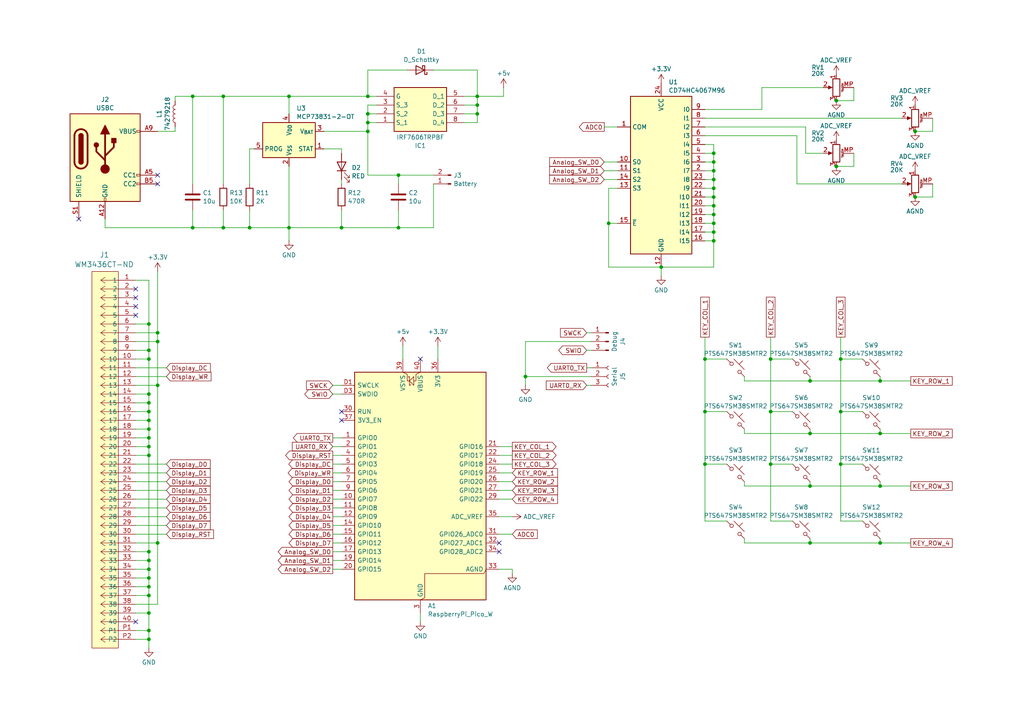
<source format=kicad_sch>
(kicad_sch (version 20250114) (generator "eeschema") (generator_version "9.0")
  (paper "A4")
  (junction (at 99.06 66.04))
  (junction (at 43.18 167.64))
  (junction (at 106.68 38.1))
  (junction (at 43.18 172.72))
  (junction (at 106.68 27.94))
  (junction (at 43.18 124.46))
  (junction (at 45.72 99.06))
  (junction (at 207.01 64.77))
  (junction (at 43.18 116.84))
  (junction (at 207.01 54.61))
  (junction (at 43.18 185.42))
  (junction (at 207.01 44.45))
  (junction (at 43.18 165.1))
  (junction (at 43.18 170.18))
  (junction (at 255.27 157.48))
  (junction (at 138.43 30.48))
  (junction (at 43.18 132.08))
  (junction (at 115.57 66.04))
  (junction (at 207.01 57.15))
  (junction (at 43.18 114.3))
  (junction (at 43.18 177.8))
  (junction (at 115.57 50.8))
  (junction (at 223.52 119.38))
  (junction (at 43.18 129.54))
  (junction (at 43.18 160.02))
  (junction (at 207.01 59.69))
  (junction (at 255.27 110.49))
  (junction (at 43.18 101.6))
  (junction (at 138.43 27.94))
  (junction (at 106.68 33.02))
  (junction (at 207.01 69.85))
  (junction (at 43.18 119.38))
  (junction (at 243.84 119.38))
  (junction (at 242.57 48.26))
  (junction (at 43.18 162.56))
  (junction (at 43.18 182.88))
  (junction (at 55.88 66.04))
  (junction (at 83.82 66.04))
  (junction (at 234.95 157.48))
  (junction (at 45.72 96.52))
  (junction (at 207.01 52.07))
  (junction (at 43.18 104.14))
  (junction (at 234.95 140.97))
  (junction (at 242.57 29.21))
  (junction (at 55.88 27.94))
  (junction (at 64.77 27.94))
  (junction (at 191.77 77.47))
  (junction (at 204.47 104.14))
  (junction (at 243.84 134.62))
  (junction (at 176.53 64.77))
  (junction (at 223.52 104.14))
  (junction (at 207.01 49.53))
  (junction (at 207.01 67.31))
  (junction (at 43.18 127))
  (junction (at 207.01 46.99))
  (junction (at 138.43 33.02))
  (junction (at 45.72 111.76))
  (junction (at 234.95 110.49))
  (junction (at 265.43 38.1))
  (junction (at 106.68 35.56))
  (junction (at 45.72 157.48))
  (junction (at 207.01 62.23))
  (junction (at 204.47 119.38))
  (junction (at 43.18 93.98))
  (junction (at 223.52 134.62))
  (junction (at 243.84 104.14))
  (junction (at 43.18 121.92))
  (junction (at 152.4 109.22))
  (junction (at 64.77 66.04))
  (junction (at 234.95 125.73))
  (junction (at 265.43 57.15))
  (junction (at 255.27 125.73))
  (junction (at 255.27 140.97))
  (junction (at 72.39 66.04))
  (junction (at 83.82 27.94))
  (junction (at 204.47 134.62))
  (no_connect (at 39.37 180.34))
  (no_connect (at 45.72 53.34))
  (no_connect (at 144.78 157.48))
  (no_connect (at 39.37 91.44))
  (no_connect (at 99.06 121.92))
  (no_connect (at 39.37 86.36))
  (no_connect (at 22.86 63.5))
  (no_connect (at 144.78 160.02))
  (no_connect (at 99.06 119.38))
  (no_connect (at 45.72 50.8))
  (no_connect (at 39.37 88.9))
  (no_connect (at 121.92 104.14))
  (no_connect (at 39.37 83.82))
  (wire (pts (xy 99.06 66.04) (xy 115.57 66.04)))
  (wire (pts (xy 229.87 119.38) (xy 223.52 119.38)))
  (wire (pts (xy 39.37 101.6) (xy 43.18 101.6)))
  (wire (pts (xy 255.27 109.22) (xy 255.27 110.49)))
  (wire (pts (xy 39.37 177.8) (xy 43.18 177.8)))
  (wire (pts (xy 152.4 109.22) (xy 171.45 109.22)))
  (wire (pts (xy 255.27 140.97) (xy 264.16 140.97)))
  (wire (pts (xy 96.52 147.32) (xy 99.06 147.32)))
  (wire (pts (xy 96.52 165.1) (xy 99.06 165.1)))
  (wire (pts (xy 96.52 137.16) (xy 99.06 137.16)))
  (wire (pts (xy 83.82 66.04) (xy 72.39 66.04)))
  (wire (pts (xy 255.27 125.73) (xy 264.16 125.73)))
  (wire (pts (xy 223.52 134.62) (xy 223.52 151.13)))
  (wire (pts (xy 93.98 38.1) (xy 106.68 38.1)))
  (wire (pts (xy 99.06 43.18) (xy 99.06 44.45)))
  (wire (pts (xy 243.84 151.13) (xy 250.19 151.13)))
  (wire (pts (xy 175.26 49.53) (xy 179.07 49.53)))
  (wire (pts (xy 43.18 172.72) (xy 43.18 177.8)))
  (wire (pts (xy 134.62 35.56) (xy 138.43 35.56)))
  (wire (pts (xy 171.45 101.6) (xy 170.18 101.6)))
  (wire (pts (xy 96.52 154.94) (xy 99.06 154.94)))
  (wire (pts (xy 39.37 104.14) (xy 43.18 104.14)))
  (wire (pts (xy 152.4 99.06) (xy 152.4 109.22)))
  (wire (pts (xy 144.78 134.62) (xy 148.59 134.62)))
  (wire (pts (xy 207.01 44.45) (xy 207.01 46.99)))
  (wire (pts (xy 45.72 175.26) (xy 45.72 157.48)))
  (wire (pts (xy 72.39 60.96) (xy 72.39 66.04)))
  (wire (pts (xy 215.9 125.73) (xy 234.95 125.73)))
  (wire (pts (xy 43.18 160.02) (xy 43.18 132.08)))
  (wire (pts (xy 106.68 35.56) (xy 109.22 35.56)))
  (wire (pts (xy 152.4 109.22) (xy 152.4 111.76)))
  (wire (pts (xy 96.52 134.62) (xy 99.06 134.62)))
  (wire (pts (xy 72.39 66.04) (xy 64.77 66.04)))
  (wire (pts (xy 39.37 147.32) (xy 48.26 147.32)))
  (wire (pts (xy 270.51 34.29) (xy 270.51 38.1)))
  (wire (pts (xy 247.65 44.45) (xy 247.65 48.26)))
  (wire (pts (xy 234.95 156.21) (xy 234.95 157.48)))
  (wire (pts (xy 43.18 177.8) (xy 43.18 182.88)))
  (wire (pts (xy 115.57 50.8) (xy 115.57 53.34)))
  (wire (pts (xy 204.47 119.38) (xy 204.47 134.62)))
  (wire (pts (xy 247.65 25.4) (xy 247.65 29.21)))
  (wire (pts (xy 144.78 129.54) (xy 148.59 129.54)))
  (wire (pts (xy 43.18 104.14) (xy 43.18 101.6)))
  (wire (pts (xy 270.51 53.34) (xy 270.51 57.15)))
  (wire (pts (xy 43.18 167.64) (xy 43.18 165.1)))
  (wire (pts (xy 234.95 109.22) (xy 234.95 110.49)))
  (wire (pts (xy 55.88 53.34) (xy 55.88 27.94)))
  (wire (pts (xy 43.18 172.72) (xy 43.18 170.18)))
  (wire (pts (xy 134.62 33.02) (xy 138.43 33.02)))
  (wire (pts (xy 96.52 111.76) (xy 99.06 111.76)))
  (wire (pts (xy 115.57 66.04) (xy 125.73 66.04)))
  (wire (pts (xy 127 100.33) (xy 127 104.14)))
  (wire (pts (xy 204.47 67.31) (xy 207.01 67.31)))
  (wire (pts (xy 39.37 124.46) (xy 43.18 124.46)))
  (wire (pts (xy 204.47 104.14) (xy 204.47 119.38)))
  (wire (pts (xy 144.78 144.78) (xy 148.59 144.78)))
  (wire (pts (xy 207.01 64.77) (xy 207.01 67.31)))
  (wire (pts (xy 64.77 66.04) (xy 64.77 60.96)))
  (wire (pts (xy 138.43 20.32) (xy 138.43 27.94)))
  (wire (pts (xy 210.82 119.38) (xy 204.47 119.38)))
  (wire (pts (xy 229.87 134.62) (xy 223.52 134.62)))
  (wire (pts (xy 99.06 52.07) (xy 99.06 53.34)))
  (wire (pts (xy 45.72 96.52) (xy 45.72 99.06)))
  (wire (pts (xy 255.27 124.46) (xy 255.27 125.73)))
  (wire (pts (xy 55.88 66.04) (xy 64.77 66.04)))
  (wire (pts (xy 118.11 20.32) (xy 106.68 20.32)))
  (wire (pts (xy 45.72 99.06) (xy 45.72 111.76)))
  (wire (pts (xy 39.37 185.42) (xy 43.18 185.42)))
  (wire (pts (xy 96.52 129.54) (xy 99.06 129.54)))
  (wire (pts (xy 50.8 27.94) (xy 55.88 27.94)))
  (wire (pts (xy 207.01 49.53) (xy 207.01 52.07)))
  (wire (pts (xy 30.48 66.04) (xy 55.88 66.04)))
  (wire (pts (xy 207.01 69.85) (xy 207.01 77.47)))
  (wire (pts (xy 39.37 170.18) (xy 43.18 170.18)))
  (wire (pts (xy 72.39 43.18) (xy 72.39 53.34)))
  (wire (pts (xy 39.37 142.24) (xy 48.26 142.24)))
  (wire (pts (xy 39.37 132.08) (xy 43.18 132.08)))
  (wire (pts (xy 170.18 111.76) (xy 171.45 111.76)))
  (wire (pts (xy 96.52 149.86) (xy 99.06 149.86)))
  (wire (pts (xy 39.37 137.16) (xy 48.26 137.16)))
  (wire (pts (xy 83.82 27.94) (xy 106.68 27.94)))
  (wire (pts (xy 144.78 142.24) (xy 148.59 142.24)))
  (wire (pts (xy 43.18 119.38) (xy 43.18 116.84)))
  (wire (pts (xy 204.47 134.62) (xy 204.47 151.13)))
  (wire (pts (xy 45.72 111.76) (xy 45.72 157.48)))
  (wire (pts (xy 234.95 124.46) (xy 234.95 125.73)))
  (wire (pts (xy 204.47 41.91) (xy 207.01 41.91)))
  (wire (pts (xy 207.01 62.23) (xy 207.01 64.77)))
  (wire (pts (xy 115.57 50.8) (xy 106.68 50.8)))
  (wire (pts (xy 39.37 154.94) (xy 48.26 154.94)))
  (wire (pts (xy 96.52 162.56) (xy 99.06 162.56)))
  (wire (pts (xy 204.47 64.77) (xy 207.01 64.77)))
  (wire (pts (xy 43.18 127) (xy 43.18 124.46)))
  (wire (pts (xy 255.27 156.21) (xy 255.27 157.48)))
  (wire (pts (xy 179.07 64.77) (xy 176.53 64.77)))
  (wire (pts (xy 215.9 140.97) (xy 234.95 140.97)))
  (wire (pts (xy 43.18 170.18) (xy 43.18 167.64)))
  (wire (pts (xy 106.68 33.02) (xy 106.68 30.48)))
  (wire (pts (xy 43.18 187.96) (xy 43.18 185.42)))
  (wire (pts (xy 125.73 53.34) (xy 125.73 66.04)))
  (wire (pts (xy 223.52 119.38) (xy 223.52 134.62)))
  (wire (pts (xy 138.43 33.02) (xy 138.43 30.48)))
  (wire (pts (xy 39.37 127) (xy 43.18 127)))
  (wire (pts (xy 148.59 149.86) (xy 144.78 149.86)))
  (wire (pts (xy 30.48 63.5) (xy 30.48 66.04)))
  (wire (pts (xy 255.27 139.7) (xy 255.27 140.97)))
  (wire (pts (xy 207.01 57.15) (xy 207.01 59.69)))
  (wire (pts (xy 39.37 172.72) (xy 43.18 172.72)))
  (wire (pts (xy 144.78 132.08) (xy 148.59 132.08)))
  (wire (pts (xy 231.14 53.34) (xy 231.14 39.37)))
  (wire (pts (xy 45.72 78.74) (xy 45.72 96.52)))
  (wire (pts (xy 39.37 99.06) (xy 45.72 99.06)))
  (wire (pts (xy 204.47 49.53) (xy 207.01 49.53)))
  (wire (pts (xy 106.68 20.32) (xy 106.68 27.94)))
  (wire (pts (xy 204.47 36.83) (xy 233.68 36.83)))
  (wire (pts (xy 115.57 50.8) (xy 125.73 50.8)))
  (wire (pts (xy 39.37 119.38) (xy 43.18 119.38)))
  (wire (pts (xy 43.18 81.28) (xy 39.37 81.28)))
  (wire (pts (xy 204.47 57.15) (xy 207.01 57.15)))
  (wire (pts (xy 223.52 97.79) (xy 223.52 104.14)))
  (wire (pts (xy 99.06 60.96) (xy 99.06 66.04)))
  (wire (pts (xy 215.9 124.46) (xy 215.9 125.73)))
  (wire (pts (xy 176.53 54.61) (xy 176.53 64.77)))
  (wire (pts (xy 207.01 41.91) (xy 207.01 44.45)))
  (wire (pts (xy 171.45 96.52) (xy 170.18 96.52)))
  (wire (pts (xy 106.68 27.94) (xy 109.22 27.94)))
  (wire (pts (xy 138.43 30.48) (xy 138.43 27.94)))
  (wire (pts (xy 243.84 97.79) (xy 243.84 104.14)))
  (wire (pts (xy 233.68 44.45) (xy 238.76 44.45)))
  (wire (pts (xy 215.9 139.7) (xy 215.9 140.97)))
  (wire (pts (xy 43.18 162.56) (xy 43.18 160.02)))
  (wire (pts (xy 43.18 104.14) (xy 43.18 114.3)))
  (wire (pts (xy 43.18 93.98) (xy 43.18 81.28)))
  (wire (pts (xy 99.06 66.04) (xy 83.82 66.04)))
  (wire (pts (xy 204.47 46.99) (xy 207.01 46.99)))
  (wire (pts (xy 231.14 39.37) (xy 204.47 39.37)))
  (wire (pts (xy 96.52 127) (xy 99.06 127)))
  (wire (pts (xy 96.52 160.02) (xy 99.06 160.02)))
  (wire (pts (xy 39.37 106.68) (xy 48.26 106.68)))
  (wire (pts (xy 116.84 100.33) (xy 116.84 104.14)))
  (wire (pts (xy 83.82 48.26) (xy 83.82 66.04)))
  (wire (pts (xy 207.01 54.61) (xy 207.01 57.15)))
  (wire (pts (xy 250.19 104.14) (xy 243.84 104.14)))
  (wire (pts (xy 106.68 33.02) (xy 109.22 33.02)))
  (wire (pts (xy 207.01 77.47) (xy 191.77 77.47)))
  (wire (pts (xy 204.47 54.61) (xy 207.01 54.61)))
  (wire (pts (xy 215.9 109.22) (xy 215.9 110.49)))
  (wire (pts (xy 215.9 110.49) (xy 234.95 110.49)))
  (wire (pts (xy 39.37 121.92) (xy 43.18 121.92)))
  (wire (pts (xy 39.37 182.88) (xy 43.18 182.88)))
  (wire (pts (xy 96.52 144.78) (xy 99.06 144.78)))
  (wire (pts (xy 39.37 152.4) (xy 48.26 152.4)))
  (wire (pts (xy 134.62 30.48) (xy 138.43 30.48)))
  (wire (pts (xy 106.68 30.48) (xy 109.22 30.48)))
  (wire (pts (xy 234.95 139.7) (xy 234.95 140.97)))
  (wire (pts (xy 191.77 77.47) (xy 191.77 80.01)))
  (wire (pts (xy 96.52 132.08) (xy 99.06 132.08)))
  (wire (pts (xy 50.8 29.21) (xy 50.8 27.94)))
  (wire (pts (xy 220.98 25.4) (xy 220.98 31.75)))
  (wire (pts (xy 39.37 96.52) (xy 45.72 96.52)))
  (wire (pts (xy 55.88 60.96) (xy 55.88 66.04)))
  (wire (pts (xy 176.53 77.47) (xy 191.77 77.47)))
  (wire (pts (xy 43.18 132.08) (xy 43.18 129.54)))
  (wire (pts (xy 204.47 34.29) (xy 261.62 34.29)))
  (wire (pts (xy 73.66 43.18) (xy 72.39 43.18)))
  (wire (pts (xy 204.47 97.79) (xy 204.47 104.14)))
  (wire (pts (xy 234.95 125.73) (xy 255.27 125.73)))
  (wire (pts (xy 234.95 140.97) (xy 255.27 140.97)))
  (wire (pts (xy 261.62 53.34) (xy 231.14 53.34)))
  (wire (pts (xy 106.68 38.1) (xy 106.68 35.56)))
  (wire (pts (xy 270.51 57.15) (xy 265.43 57.15)))
  (wire (pts (xy 50.8 36.83) (xy 50.8 38.1)))
  (wire (pts (xy 179.07 54.61) (xy 176.53 54.61)))
  (wire (pts (xy 43.18 116.84) (xy 43.18 114.3)))
  (wire (pts (xy 234.95 110.49) (xy 255.27 110.49)))
  (wire (pts (xy 39.37 129.54) (xy 43.18 129.54)))
  (wire (pts (xy 255.27 157.48) (xy 264.16 157.48)))
  (wire (pts (xy 106.68 35.56) (xy 106.68 33.02)))
  (wire (pts (xy 39.37 109.22) (xy 48.26 109.22)))
  (wire (pts (xy 234.95 157.48) (xy 255.27 157.48)))
  (wire (pts (xy 144.78 139.7) (xy 148.59 139.7)))
  (wire (pts (xy 39.37 160.02) (xy 43.18 160.02)))
  (wire (pts (xy 43.18 121.92) (xy 43.18 119.38)))
  (wire (pts (xy 175.26 36.83) (xy 179.07 36.83)))
  (wire (pts (xy 39.37 139.7) (xy 48.26 139.7)))
  (wire (pts (xy 144.78 154.94) (xy 148.59 154.94)))
  (wire (pts (xy 106.68 38.1) (xy 106.68 50.8)))
  (wire (pts (xy 220.98 31.75) (xy 204.47 31.75)))
  (wire (pts (xy 247.65 48.26) (xy 242.57 48.26)))
  (wire (pts (xy 204.47 62.23) (xy 207.01 62.23)))
  (wire (pts (xy 204.47 151.13) (xy 210.82 151.13)))
  (wire (pts (xy 39.37 134.62) (xy 48.26 134.62)))
  (wire (pts (xy 39.37 149.86) (xy 48.26 149.86)))
  (wire (pts (xy 243.84 134.62) (xy 243.84 151.13)))
  (wire (pts (xy 93.98 43.18) (xy 99.06 43.18)))
  (wire (pts (xy 39.37 157.48) (xy 45.72 157.48)))
  (wire (pts (xy 223.52 151.13) (xy 229.87 151.13)))
  (wire (pts (xy 134.62 27.94) (xy 138.43 27.94)))
  (wire (pts (xy 43.18 124.46) (xy 43.18 121.92)))
  (wire (pts (xy 207.01 52.07) (xy 207.01 54.61)))
  (wire (pts (xy 64.77 27.94) (xy 83.82 27.94)))
  (wire (pts (xy 223.52 104.14) (xy 223.52 119.38)))
  (wire (pts (xy 39.37 116.84) (xy 43.18 116.84)))
  (wire (pts (xy 43.18 165.1) (xy 43.18 162.56)))
  (wire (pts (xy 55.88 27.94) (xy 64.77 27.94)))
  (wire (pts (xy 96.52 139.7) (xy 99.06 139.7)))
  (wire (pts (xy 238.76 25.4) (xy 220.98 25.4)))
  (wire (pts (xy 152.4 99.06) (xy 171.45 99.06)))
  (wire (pts (xy 207.01 59.69) (xy 207.01 62.23)))
  (wire (pts (xy 125.73 20.32) (xy 138.43 20.32)))
  (wire (pts (xy 39.37 93.98) (xy 43.18 93.98)))
  (wire (pts (xy 121.92 177.8) (xy 121.92 180.34)))
  (wire (pts (xy 96.52 142.24) (xy 99.06 142.24)))
  (wire (pts (xy 39.37 165.1) (xy 43.18 165.1)))
  (wire (pts (xy 243.84 119.38) (xy 243.84 134.62)))
  (wire (pts (xy 210.82 104.14) (xy 204.47 104.14)))
  (wire (pts (xy 233.68 36.83) (xy 233.68 44.45)))
  (wire (pts (xy 204.47 44.45) (xy 207.01 44.45)))
  (wire (pts (xy 175.26 52.07) (xy 179.07 52.07)))
  (wire (pts (xy 96.52 157.48) (xy 99.06 157.48)))
  (wire (pts (xy 255.27 110.49) (xy 264.16 110.49)))
  (wire (pts (xy 43.18 129.54) (xy 43.18 127)))
  (wire (pts (xy 250.19 134.62) (xy 243.84 134.62)))
  (wire (pts (xy 247.65 29.21) (xy 242.57 29.21)))
  (wire (pts (xy 83.82 27.94) (xy 83.82 33.02)))
  (wire (pts (xy 39.37 111.76) (xy 45.72 111.76)))
  (wire (pts (xy 148.59 165.1) (xy 144.78 165.1)))
  (wire (pts (xy 96.52 114.3) (xy 99.06 114.3)))
  (wire (pts (xy 146.05 25.4) (xy 146.05 27.94)))
  (wire (pts (xy 270.51 38.1) (xy 265.43 38.1)))
  (wire (pts (xy 207.01 46.99) (xy 207.01 49.53)))
  (wire (pts (xy 204.47 52.07) (xy 207.01 52.07)))
  (wire (pts (xy 144.78 137.16) (xy 148.59 137.16)))
  (wire (pts (xy 229.87 104.14) (xy 223.52 104.14)))
  (wire (pts (xy 250.19 119.38) (xy 243.84 119.38)))
  (wire (pts (xy 175.26 46.99) (xy 179.07 46.99)))
  (wire (pts (xy 83.82 66.04) (xy 83.82 69.85)))
  (wire (pts (xy 64.77 27.94) (xy 64.77 53.34)))
  (wire (pts (xy 96.52 152.4) (xy 99.06 152.4)))
  (wire (pts (xy 50.8 38.1) (xy 45.72 38.1)))
  (wire (pts (xy 39.37 144.78) (xy 48.26 144.78)))
  (wire (pts (xy 39.37 162.56) (xy 43.18 162.56)))
  (wire (pts (xy 210.82 134.62) (xy 204.47 134.62)))
  (wire (pts (xy 204.47 59.69) (xy 207.01 59.69)))
  (wire (pts (xy 39.37 167.64) (xy 43.18 167.64)))
  (wire (pts (xy 39.37 175.26) (xy 45.72 175.26)))
  (wire (pts (xy 148.59 166.37) (xy 148.59 165.1)))
  (wire (pts (xy 215.9 156.21) (xy 215.9 157.48)))
  (wire (pts (xy 138.43 35.56) (xy 138.43 33.02)))
  (wire (pts (xy 43.18 185.42) (xy 43.18 182.88)))
  (wire (pts (xy 43.18 101.6) (xy 43.18 93.98)))
  (wire (pts (xy 207.01 67.31) (xy 207.01 69.85)))
  (wire (pts (xy 171.45 106.68) (xy 170.18 106.68)))
  (wire (pts (xy 243.84 104.14) (xy 243.84 119.38)))
  (wire (pts (xy 138.43 27.94) (xy 146.05 27.94)))
  (wire (pts (xy 215.9 157.48) (xy 234.95 157.48)))
  (wire (pts (xy 115.57 60.96) (xy 115.57 66.04)))
  (wire (pts (xy 204.47 69.85) (xy 207.01 69.85)))
  (wire (pts (xy 39.37 114.3) (xy 43.18 114.3)))
  (wire (pts (xy 176.53 64.77) (xy 176.53 77.47)))
  (global_label "Display_WR" (shape input) (at 48.26 109.22 0) (property "Intersheetrefs" "${INTERSHEET_REFS}" (effects (hide yes))))
  (global_label "Analog_SW_D0" (shape output) (at 96.52 160.02 180) (property "Intersheetrefs" "${INTERSHEET_REFS}" (effects (hide yes))))
  (global_label "Display_D4" (shape output) (at 96.52 149.86 180) (property "Intersheetrefs" "${INTERSHEET_REFS}" (effects (hide yes))))
  (global_label "ADC0" (shape output) (at 175.26 36.83 180) (property "Intersheetrefs" "${INTERSHEET_REFS}" (effects (hide yes))))
  (global_label "Display_D0" (shape output) (at 96.52 139.7 180) (property "Intersheetrefs" "${INTERSHEET_REFS}" (effects (hide yes))))
  (global_label "Display_D7" (shape output) (at 96.52 157.48 180) (property "Intersheetrefs" "${INTERSHEET_REFS}" (effects (hide yes))))
  (global_label "KEY_ROW_4" (shape passive) (at 264.16 157.48 0) (property "Intersheetrefs" "${INTERSHEET_REFS}" (effects (hide yes))))
  (global_label "KEY_ROW_1" (shape input) (at 148.59 137.16 0) (property "Intersheetrefs" "${INTERSHEET_REFS}" (effects (hide yes))))
  (global_label "KEY_ROW_3" (shape passive) (at 264.16 140.97 0) (property "Intersheetrefs" "${INTERSHEET_REFS}" (effects (hide yes))))
  (global_label "Analog_SW_D1" (shape output) (at 96.52 162.56 180) (property "Intersheetrefs" "${INTERSHEET_REFS}" (effects (hide yes))))
  (global_label "KEY_ROW_4" (shape input) (at 148.59 144.78 0) (property "Intersheetrefs" "${INTERSHEET_REFS}" (effects (hide yes))))
  (global_label "KEY_COL_1" (shape output) (at 148.59 129.54 0) (property "Intersheetrefs" "${INTERSHEET_REFS}" (effects (hide yes))))
  (global_label "SWCK" (shape input) (at 170.18 96.52 180) (property "Intersheetrefs" "${INTERSHEET_REFS}" (effects (hide yes))))
  (global_label "SWCK" (shape input) (at 96.52 111.76 180) (property "Intersheetrefs" "${INTERSHEET_REFS}" (effects (hide yes))))
  (global_label "KEY_COL_2" (shape passive) (at 223.52 97.79 90) (property "Intersheetrefs" "${INTERSHEET_REFS}" (effects (hide yes))))
  (global_label "Analog_SW_D2" (shape input) (at 175.26 52.07 180) (property "Intersheetrefs" "${INTERSHEET_REFS}" (effects (hide yes))))
  (global_label "UART0_TX" (shape output) (at 96.52 127 180) (property "Intersheetrefs" "${INTERSHEET_REFS}" (effects (hide yes))))
  (global_label "KEY_COL_3" (shape output) (at 148.59 134.62 0) (property "Intersheetrefs" "${INTERSHEET_REFS}" (effects (hide yes))))
  (global_label "ADC0" (shape input) (at 148.59 154.94 0) (property "Intersheetrefs" "${INTERSHEET_REFS}" (effects (hide yes))))
  (global_label "SWIO" (shape bidirectional) (at 96.52 114.3 180) (property "Intersheetrefs" "${INTERSHEET_REFS}" (effects (hide yes))))
  (global_label "KEY_COL_2" (shape output) (at 148.59 132.08 0) (property "Intersheetrefs" "${INTERSHEET_REFS}" (effects (hide yes))))
  (global_label "KEY_ROW_3" (shape input) (at 148.59 142.24 0) (property "Intersheetrefs" "${INTERSHEET_REFS}" (effects (hide yes))))
  (global_label "Display_D1" (shape input) (at 48.26 137.16 0) (property "Intersheetrefs" "${INTERSHEET_REFS}" (effects (hide yes))))
  (global_label "Display_DC" (shape output) (at 96.52 134.62 180) (property "Intersheetrefs" "${INTERSHEET_REFS}" (effects (hide yes))))
  (global_label "KEY_ROW_2" (shape passive) (at 264.16 125.73 0) (property "Intersheetrefs" "${INTERSHEET_REFS}" (effects (hide yes))))
  (global_label "UART0_RX" (shape input) (at 96.52 129.54 180) (property "Intersheetrefs" "${INTERSHEET_REFS}" (effects (hide yes))))
  (global_label "Display_RST" (shape input) (at 48.26 154.94 0) (property "Intersheetrefs" "${INTERSHEET_REFS}" (effects (hide yes))))
  (global_label "Analog_SW_D2" (shape output) (at 96.52 165.1 180) (property "Intersheetrefs" "${INTERSHEET_REFS}" (effects (hide yes))))
  (global_label "UART0_TX" (shape output) (at 170.18 106.68 180) (property "Intersheetrefs" "${INTERSHEET_REFS}" (effects (hide yes))))
  (global_label "UART0_RX" (shape input) (at 170.18 111.76 180) (property "Intersheetrefs" "${INTERSHEET_REFS}" (effects (hide yes))))
  (global_label "Display_D5" (shape input) (at 48.26 147.32 0) (property "Intersheetrefs" "${INTERSHEET_REFS}" (effects (hide yes))))
  (global_label "Analog_SW_D1" (shape input) (at 175.26 49.53 180) (property "Intersheetrefs" "${INTERSHEET_REFS}" (effects (hide yes))))
  (global_label "Display_DC" (shape input) (at 48.26 106.68 0) (property "Intersheetrefs" "${INTERSHEET_REFS}" (effects (hide yes))))
  (global_label "Display_RST" (shape output) (at 96.52 132.08 180) (property "Intersheetrefs" "${INTERSHEET_REFS}" (effects (hide yes))))
  (global_label "KEY_COL_3" (shape passive) (at 243.84 97.79 90) (property "Intersheetrefs" "${INTERSHEET_REFS}" (effects (hide yes))))
  (global_label "Display_D2" (shape input) (at 48.26 139.7 0) (property "Intersheetrefs" "${INTERSHEET_REFS}" (effects (hide yes))))
  (global_label "Display_WR" (shape output) (at 96.52 137.16 180) (property "Intersheetrefs" "${INTERSHEET_REFS}" (effects (hide yes))))
  (global_label "Display_D4" (shape input) (at 48.26 144.78 0) (property "Intersheetrefs" "${INTERSHEET_REFS}" (effects (hide yes))))
  (global_label "Display_D6" (shape output) (at 96.52 154.94 180) (property "Intersheetrefs" "${INTERSHEET_REFS}" (effects (hide yes))))
  (global_label "Display_D5" (shape output) (at 96.52 152.4 180) (property "Intersheetrefs" "${INTERSHEET_REFS}" (effects (hide yes))))
  (global_label "Display_D1" (shape output) (at 96.52 142.24 180) (property "Intersheetrefs" "${INTERSHEET_REFS}" (effects (hide yes))))
  (global_label "Display_D7" (shape input) (at 48.26 152.4 0) (property "Intersheetrefs" "${INTERSHEET_REFS}" (effects (hide yes))))
  (global_label "Display_D0" (shape input) (at 48.26 134.62 0) (property "Intersheetrefs" "${INTERSHEET_REFS}" (effects (hide yes))))
  (global_label "Display_D3" (shape input) (at 48.26 142.24 0) (property "Intersheetrefs" "${INTERSHEET_REFS}" (effects (hide yes))))
  (global_label "Analog_SW_D0" (shape input) (at 175.26 46.99 180) (property "Intersheetrefs" "${INTERSHEET_REFS}" (effects (hide yes))))
  (global_label "Display_D6" (shape input) (at 48.26 149.86 0) (property "Intersheetrefs" "${INTERSHEET_REFS}" (effects (hide yes))))
  (global_label "KEY_ROW_1" (shape passive) (at 264.16 110.49 0) (property "Intersheetrefs" "${INTERSHEET_REFS}" (effects (hide yes))))
  (global_label "Display_D3" (shape output) (at 96.52 147.32 180) (property "Intersheetrefs" "${INTERSHEET_REFS}" (effects (hide yes))))
  (global_label "SWIO" (shape bidirectional) (at 170.18 101.6 180) (property "Intersheetrefs" "${INTERSHEET_REFS}" (effects (hide yes))))
  (global_label "KEY_ROW_2" (shape input) (at 148.59 139.7 0) (property "Intersheetrefs" "${INTERSHEET_REFS}" (effects (hide yes))))
  (global_label "KEY_COL_1" (shape passive) (at 204.47 97.79 90) (property "Intersheetrefs" "${INTERSHEET_REFS}" (effects (hide yes))))
  (global_label "Display_D2" (shape output) (at 96.52 144.78 180) (property "Intersheetrefs" "${INTERSHEET_REFS}" (effects (hide yes))))
  (symbol (lib_id "power:GND") (at 121.92 180.34 0) (unit 1)
    (property "Reference" "#PWR015" (effects (hide yes)))
    (property "Value" "GND" (at 121.92 184.4731 0))
    (property "Description" "Power symbol creates a global label with name \"GND\" , ground" (effects (hide yes)))
  )
  (symbol (lib_id "power:GND") (at 152.4 111.76 0) (unit 1)
    (property "Reference" "#PWR05" (effects (hide yes)))
    (property "Value" "GND" (at 152.4 115.8931 0))
    (property "Description" "Power symbol creates a global label with name \"GND\" , ground" (effects (hide yes)))
  )
  (symbol (lib_id "power:GND") (at 83.82 69.85 0) (unit 1)
    (property "Reference" "#PWR010" (effects (hide yes)))
    (property "Value" "GND" (at 83.82 73.9831 0))
    (property "Description" "Power symbol creates a global label with name \"GND\" , ground" (effects (hide yes)))
  )
  (symbol (lib_id "power:+3.3V") (at 265.43 49.53 0) (unit 1)
    (property "Reference" "#PWR026" (effects (hide yes)))
    (property "Value" "ADC_VREF" (at 265.43 45.3969 0))
    (property "Description" "Power symbol creates a global label with name \"+3.3V\"" (effects (hide yes)))
  )
  (symbol (lib_id "power:+3.3V") (at 265.43 30.48 0) (unit 1)
    (property "Reference" "#PWR024" (effects (hide yes)))
    (property "Value" "ADC_VREF" (at 265.43 26.3469 0))
    (property "Description" "Power symbol creates a global label with name \"+3.3V\"" (effects (hide yes)))
  )
  (symbol (lib_id "power:+3.3V") (at 242.57 40.64 0) (unit 1)
    (property "Reference" "#PWR018" (effects (hide yes)))
    (property "Value" "ADC_VREF" (at 242.57 36.5069 0))
    (property "Description" "Power symbol creates a global label with name \"+3.3V\"" (effects (hide yes)))
  )
  (symbol (lib_id "power:+3.3V") (at 242.57 21.59 0) (unit 1)
    (property "Reference" "#PWR016" (effects (hide yes)))
    (property "Value" "ADC_VREF" (at 242.57 17.4569 0))
    (property "Description" "Power symbol creates a global label with name \"+3.3V\"" (effects (hide yes)))
  )
  (symbol (lib_id "power:GNDA") (at 242.57 29.21 0) (unit 1)
    (property "Reference" "#PWR017" (effects (hide yes)))
    (property "Value" "AGND" (at 242.57 33.3431 0))
    (property "Description" "Power symbol creates a global label with name \"GNDA\" , analog ground" (effects (hide yes)))
  )
  (symbol (lib_id "Switch:SW_Push_45deg") (at 252.73 106.68 0) (unit 1)
    (property "Reference" "SW9" (at 252.73 100.1225 0))
    (property "Value" "PTS647SM38SMTR2" (at 252.73 102.5468 0))
    (property "Footprint" "Button_Switch_SMD:SW_SPST_PTS647_Sx38" (effects (hide yes)))
    (property "Description" "SPST SMD PTS647 Series 4.5mm Tact Switch, 3.8mm Height," (effects (hide yes)))
    (property "Manufacturer" "С&K Components" (effects (hide yes)))
    (property "Manufacturer part" "PTS647SM38SMTR2 LFS" (effects (hide yes)))
    (property "Digikey part" "PTS647SM38SMTR2LFSCT-ND" (effects (hide yes)))
  )
  (symbol (lib_id "power:GNDA") (at 265.43 57.15 0) (unit 1)
    (property "Reference" "#PWR027" (effects (hide yes)))
    (property "Value" "AGND" (at 265.43 61.2831 0))
    (property "Description" "Power symbol creates a global label with name \"GNDA\" , analog ground" (effects (hide yes)))
  )
  (symbol (lib_id "power:+3.3V") (at 146.05 25.4 0) (unit 1)
    (property "Reference" "#PWR09" (effects (hide yes)))
    (property "Value" "+5v" (at 146.05 21.2669 0))
    (property "Description" "Power symbol creates a global label with name \"+3.3V\"" (effects (hide yes)))
  )
  (symbol (lib_id "Switch:SW_Push_45deg") (at 213.36 106.68 0) (unit 1)
    (property "Reference" "SW1" (at 213.36 100.1225 0))
    (property "Value" "PTS647SM38SMTR2" (at 213.36 102.5468 0))
    (property "Footprint" "Button_Switch_SMD:SW_SPST_PTS647_Sx38" (effects (hide yes)))
    (property "Description" "SPST SMD PTS647 Series 4.5mm Tact Switch, 3.8mm Height," (effects (hide yes)))
    (property "Manufacturer" "С&K Components" (effects (hide yes)))
    (property "Manufacturer part" "PTS647SM38SMTR2 LFS" (effects (hide yes)))
    (property "Digikey part" "PTS647SM38SMTR2LFSCT-ND" (effects (hide yes)))
  )
  (symbol (lib_id "Switch:SW_Push_45deg") (at 232.41 153.67 0) (unit 1)
    (property "Reference" "SW8" (at 232.41 147.1125 0))
    (property "Value" "PTS647SM38SMTR2" (at 232.41 149.5368 0))
    (property "Footprint" "Button_Switch_SMD:SW_SPST_PTS647_Sx38" (effects (hide yes)))
    (property "Description" "SPST SMD PTS647 Series 4.5mm Tact Switch, 3.8mm Height," (effects (hide yes)))
    (property "Manufacturer" "С&K Components" (effects (hide yes)))
    (property "Manufacturer part" "PTS647SM38SMTR2 LFS" (effects (hide yes)))
    (property "Digikey part" "PTS647SM38SMTR2LFSCT-ND" (effects (hide yes)))
  )
  (symbol (lib_id "Device:C") (at 55.88 57.15 0) (unit 1)
    (property "Reference" "C1" (at 58.801 55.9378 0) (effects (justify left)))
    (property "Value" "10u" (at 58.801 58.3621 0) (effects (justify left)))
    (property "Footprint" "Capacitor_SMD:C_0805_2012Metric_Pad1.18x1.45mm_HandSolder" (effects (hide yes)))
    (property "Description" "Unpolarized capacitor" (effects (hide yes)))
  )
  (symbol (lib_id "Switch:SW_Push_45deg") (at 232.41 106.68 0) (unit 1)
    (property "Reference" "SW5" (at 232.41 100.1225 0))
    (property "Value" "PTS647SM38SMTR2" (at 232.41 102.5468 0))
    (property "Footprint" "Button_Switch_SMD:SW_SPST_PTS647_Sx38" (effects (hide yes)))
    (property "Description" "SPST SMD PTS647 Series 4.5mm Tact Switch, 3.8mm Height," (effects (hide yes)))
    (property "Manufacturer" "С&K Components" (effects (hide yes)))
    (property "Manufacturer part" "PTS647SM38SMTR2 LFS" (effects (hide yes)))
    (property "Digikey part" "PTS647SM38SMTR2LFSCT-ND" (effects (hide yes)))
  )
  (symbol (lib_id "power:+3.3V") (at 116.84 100.33 0) (unit 1)
    (property "Reference" "#PWR014" (effects (hide yes)))
    (property "Value" "+5v" (at 116.84 96.1969 0))
    (property "Description" "Power symbol creates a global label with name \"+3.3V\"" (effects (hide yes)))
  )
  (symbol (lib_id "Switch:SW_Push_45deg") (at 213.36 121.92 0) (unit 1)
    (property "Reference" "SW2" (at 213.36 115.3625 0))
    (property "Value" "PTS647SM38SMTR2" (at 213.36 117.7868 0))
    (property "Footprint" "Button_Switch_SMD:SW_SPST_PTS647_Sx38" (effects (hide yes)))
    (property "Description" "SPST SMD PTS647 Series 4.5mm Tact Switch, 3.8mm Height," (effects (hide yes)))
    (property "Manufacturer" "С&K Components" (effects (hide yes)))
    (property "Manufacturer part" "PTS647SM38SMTR2 LFS" (effects (hide yes)))
    (property "Digikey part" "PTS647SM38SMTR2LFSCT-ND" (effects (hide yes)))
  )
  (symbol (lib_id "Device:R") (at 64.77 57.15 180) (unit 1)
    (property "Reference" "R13" (at 66.548 55.9378 0) (effects (justify right)))
    (property "Value" "10K" (at 66.548 58.3621 0) (effects (justify right)))
    (property "Footprint" "Resistor_SMD:R_0805_2012Metric_Pad1.20x1.40mm_HandSolder" (effects (hide yes)))
    (property "Description" "Resistor" (effects (hide yes)))
  )
  (symbol (lib_id "Switch:SW_Push_45deg") (at 213.36 137.16 0) (unit 1)
    (property "Reference" "SW3" (at 213.36 130.6025 0))
    (property "Value" "PTS647SM38SMTR2" (at 213.36 133.0268 0))
    (property "Footprint" "Button_Switch_SMD:SW_SPST_PTS647_Sx38" (effects (hide yes)))
    (property "Description" "SPST SMD PTS647 Series 4.5mm Tact Switch, 3.8mm Height," (effects (hide yes)))
    (property "Manufacturer" "С&K Components" (effects (hide yes)))
    (property "Manufacturer part" "PTS647SM38SMTR2 LFS" (effects (hide yes)))
    (property "Digikey part" "PTS647SM38SMTR2LFSCT-ND" (effects (hide yes)))
  )
  (symbol (lib_id "74xx:CD74HC4067M") (at 191.77 49.53 0) (unit 1)
    (property "Reference" "U1" (at 193.9133 23.7955 0) (effects (justify left)))
    (property "Value" "CD74HC4067M96" (at 193.9133 26.2198 0) (effects (justify left)))
    (property "Footprint" "Package_SO:SOIC-24W_7.5x15.4mm_P1.27mm" (effects (hide yes)))
    (property "Datasheet" "http://www.ti.com/lit/ds/symlink/cd74hc4067.pdf" (effects (hide yes)))
    (property "Description" "High-Speed CMOS Logic 16-Channel Analog Multiplexer/Demultiplexer, SOIC-24" (effects (hide yes)))
  )
  (symbol (lib_id "Device:R_Potentiometer_MountingPin") (at 265.43 53.34 0) (mirror y) (unit 1)
    (property "Reference" "RV4" (at 260.096 47.498 0))
    (property "Value" "20K" (at 260.096 49.276 0))
    (property "Footprint" "ptv09:Potentiometer_Bourns_PTV09A-1_Single_Vertical" (effects (hide yes)))
    (property "Description" "POT 20K OHM 1/20W CARBON LINEAR" (effects (hide yes)))
    (property "Manufacturer" "Bourns" (effects (hide yes)))
    (property "Manufacturer part" "PTV09A-4015F-B203" (effects (hide yes)))
    (property "Digikey part" "118-PTV09A-4015F-B203-ND" (effects (hide yes)))
  )
  (symbol (lib_id "Switch:SW_Push_45deg") (at 232.41 121.92 0) (unit 1)
    (property "Reference" "SW6" (at 232.41 115.3625 0))
    (property "Value" "PTS647SM38SMTR2" (at 232.41 117.7868 0))
    (property "Footprint" "Button_Switch_SMD:SW_SPST_PTS647_Sx38" (effects (hide yes)))
    (property "Description" "SPST SMD PTS647 Series 4.5mm Tact Switch, 3.8mm Height," (effects (hide yes)))
    (property "Manufacturer" "С&K Components" (effects (hide yes)))
    (property "Manufacturer part" "PTS647SM38SMTR2 LFS" (effects (hide yes)))
    (property "Digikey part" "PTS647SM38SMTR2LFSCT-ND" (effects (hide yes)))
  )
  (symbol (lib_id "Connector:Conn_01x03_Pin") (at 176.53 99.06 0) (mirror y) (unit 1)
    (property "Reference" "J4" (at 180.6237 99.06 90))
    (property "Value" "Debug" (at 178.1994 99.06 90))
    (property "Footprint" "Connector_PinHeader_2.54mm:PinHeader_1x03_P2.54mm_Horizontal" (effects (hide yes)))
    (property "Description" "Generic connector, single row, 01x03, script generated" (effects (hide yes)))
  )
  (symbol (lib_id "Device:R_Potentiometer_MountingPin") (at 242.57 25.4 0) (mirror y) (unit 1)
    (property "Reference" "RV1" (at 237.236 19.558 0))
    (property "Value" "20K" (at 237.236 21.336 0))
    (property "Footprint" "ptv09:Potentiometer_Bourns_PTV09A-1_Single_Vertical" (effects (hide yes)))
    (property "Description" "POT 20K OHM 1/20W CARBON LINEAR" (effects (hide yes)))
    (property "Manufacturer" "Bourns" (effects (hide yes)))
    (property "Manufacturer part" "PTV09A-4015F-B203" (effects (hide yes)))
    (property "Digikey part" "118-PTV09A-4015F-B203-ND" (effects (hide yes)))
  )
  (symbol (lib_id "power:GND") (at 191.77 80.01 0) (unit 1)
    (property "Reference" "#PWR03" (effects (hide yes)))
    (property "Value" "GND" (at 191.77 84.1431 0))
    (property "Description" "Power symbol creates a global label with name \"GND\" , ground" (effects (hide yes)))
  )
  (symbol (lib_id "Switch:SW_Push_45deg") (at 252.73 121.92 0) (unit 1)
    (property "Reference" "SW10" (at 252.73 115.3625 0))
    (property "Value" "PTS647SM38SMTR2" (at 252.73 117.7868 0))
    (property "Footprint" "Button_Switch_SMD:SW_SPST_PTS647_Sx38" (effects (hide yes)))
    (property "Description" "SPST SMD PTS647 Series 4.5mm Tact Switch, 3.8mm Height," (effects (hide yes)))
    (property "Manufacturer" "С&K Components" (effects (hide yes)))
    (property "Manufacturer part" "PTS647SM38SMTR2 LFS" (effects (hide yes)))
    (property "Digikey part" "PTS647SM38SMTR2LFSCT-ND" (effects (hide yes)))
  )
  (symbol (lib_id "Device:C") (at 115.57 57.15 0) (unit 1)
    (property "Reference" "C2" (at 118.491 55.9378 0) (effects (justify left)))
    (property "Value" "10u" (at 118.491 58.3621 0) (effects (justify left)))
    (property "Footprint" "Capacitor_SMD:C_0805_2012Metric_Pad1.18x1.45mm_HandSolder" (effects (hide yes)))
    (property "Description" "Unpolarized capacitor" (effects (hide yes)))
  )
  (symbol (lib_id "Device:R") (at 72.39 57.15 180) (unit 1)
    (property "Reference" "R11" (at 74.168 55.9378 0) (effects (justify right)))
    (property "Value" "2K" (at 74.168 58.3621 0) (effects (justify right)))
    (property "Footprint" "Resistor_SMD:R_0805_2012Metric_Pad1.20x1.40mm_HandSolder" (effects (hide yes)))
    (property "Description" "Resistor" (effects (hide yes)))
  )
  (symbol (lib_id "WM3436CT-ND‎:541324062") (at 39.37 81.28 0) (mirror y) (unit 1)
    (property "Reference" "J1" (at 31.75 73.914 0) (effects (font (size 1.524 1.524)) (justify left)))
    (property "Value" "‎WM3436CT-ND‎" (at 38.862 76.708 0) (effects (font (size 1.524 1.524)) (justify left)))
    (property "Footprint" "WM3436CT-ND‎:CON_541324062_MOL" (effects (hide yes)))
    (property "Datasheet" "541324062" (effects (hide yes)))
    (property "Description" "CONN FFC BOTTOM 40POS 0.5MM R/A" (effects (hide yes)))
  )
  (symbol (lib_id "Device:L") (at 50.8 33.02 180) (unit 1)
    (property "Reference" "L1" (at 46.1502 33.02 90))
    (property "Value" "74279218" (at 48.5745 33.02 90))
    (property "Footprint" "Inductor_SMD:L_1206_3216Metric_Pad1.42x1.75mm_HandSolder" (effects (hide yes)))
    (property "Description" "Inductor" (effects (hide yes)))
  )
  (symbol (lib_id "Connector:Conn_01x02_Pin") (at 130.81 53.34 180) (unit 1)
    (property "Reference" "J3" (at 131.5212 50.8578 0) (effects (justify right)))
    (property "Value" "Battery" (at 131.5212 53.2821 0) (effects (justify right)))
    (property "Footprint" "Connector_JST:JST_XH_B2B-XH-A_1x02_P2.50mm_Vertical" (effects (hide yes)))
    (property "Description" "Generic connector, single row, 01x02, script generated" (effects (hide yes)))
  )
  (symbol (lib_id "Connector:Conn_01x03_Socket") (at 176.53 109.22 0) (unit 1)
    (property "Reference" "J5" (at 180.6237 109.22 90))
    (property "Value" "Serial" (at 178.1994 109.22 90))
    (property "Footprint" "Connector_PinSocket_2.54mm:PinSocket_1x03_P2.54mm_Horizontal" (effects (hide yes)))
    (property "Description" "Generic connector, single row, 01x03, script generated" (effects (hide yes)))
  )
  (symbol (lib_id "power:GNDA") (at 265.43 38.1 0) (unit 1)
    (property "Reference" "#PWR025" (effects (hide yes)))
    (property "Value" "AGND" (at 265.43 42.2331 0))
    (property "Description" "Power symbol creates a global label with name \"GNDA\" , analog ground" (effects (hide yes)))
  )
  (symbol (lib_id "power:+3.3V") (at 45.72 78.74 0) (unit 1)
    (property "Reference" "#PWR030" (effects (hide yes)))
    (property "Value" "+3.3V" (at 45.72 74.6069 0))
    (property "Description" "Power symbol creates a global label with name \"+3.3V\"" (effects (hide yes)))
  )
  (symbol (lib_id "power:+3.3V") (at 191.77 24.13 0) (unit 1)
    (property "Reference" "#PWR06" (effects (hide yes)))
    (property "Value" "+3.3V" (at 191.77 19.9969 0))
    (property "Description" "Power symbol creates a global label with name \"+3.3V\"" (effects (hide yes)))
  )
  (symbol (lib_id "Device:LED") (at 99.06 48.26 90) (unit 1)
    (property "Reference" "D2" (at 101.981 48.6353 90) (effects (justify right)))
    (property "Value" "RED" (at 101.981 51.0596 90) (effects (justify right)))
    (property "Footprint" "LED_SMD:LED_0805_2012Metric_Pad1.15x1.40mm_HandSolder" (effects (hide yes)))
    (property "Description" "Light emitting diode" (effects (hide yes)))
    (property "Sim.Pins" "1=K 2=A" (effects (hide yes)))
  )
  (symbol (lib_id "Device:R_Potentiometer_MountingPin") (at 265.43 34.29 0) (mirror y) (unit 1)
    (property "Reference" "RV3" (at 260.096 28.448 0))
    (property "Value" "20K" (at 260.096 30.226 0))
    (property "Footprint" "ptv09:Potentiometer_Bourns_PTV09A-1_Single_Vertical" (effects (hide yes)))
    (property "Description" "POT 20K OHM 1/20W CARBON LINEAR" (effects (hide yes)))
    (property "Manufacturer" "Bourns" (effects (hide yes)))
    (property "Manufacturer part" "PTV09A-4015F-B203" (effects (hide yes)))
    (property "Digikey part" "118-PTV09A-4015F-B203-ND" (effects (hide yes)))
  )
  (symbol (lib_id "Switch:SW_Push_45deg") (at 252.73 153.67 0) (unit 1)
    (property "Reference" "SW12" (at 252.73 147.1125 0))
    (property "Value" "PTS647SM38SMTR2" (at 252.73 149.5368 0))
    (property "Footprint" "Button_Switch_SMD:SW_SPST_PTS647_Sx38" (effects (hide yes)))
    (property "Description" "SPST SMD PTS647 Series 4.5mm Tact Switch, 3.8mm Height," (effects (hide yes)))
    (property "Manufacturer" "С&K Components" (effects (hide yes)))
    (property "Manufacturer part" "PTS647SM38SMTR2 LFS" (effects (hide yes)))
    (property "Digikey part" "PTS647SM38SMTR2LFSCT-ND" (effects (hide yes)))
  )
  (symbol (lib_id "power:GNDA") (at 242.57 48.26 0) (unit 1)
    (property "Reference" "#PWR019" (effects (hide yes)))
    (property "Value" "AGND" (at 242.57 52.3931 0))
    (property "Description" "Power symbol creates a global label with name \"GNDA\" , analog ground" (effects (hide yes)))
  )
  (symbol (lib_id "Battery_Management:MCP73831-2-OT") (at 83.82 40.64 0) (unit 1)
    (property "Reference" "U3" (at 85.9633 31.4155 0) (effects (justify left)))
    (property "Value" "MCP73831-2-OT" (at 85.9633 33.8398 0) (effects (justify left)))
    (property "Footprint" "Package_TO_SOT_SMD:SOT-23-5" (effects (hide yes)))
    (property "Datasheet" "http://ww1.microchip.com/downloads/en/DeviceDoc/20001984g.pdf" (effects (hide yes)))
    (property "Description" "Single cell, Li-Ion/Li-Po charge management controller, 4.20V, Tri-State Status Output, in SOT23-5 package" (effects (hide yes)))
  )
  (symbol (lib_id "Switch:SW_Push_45deg") (at 232.41 137.16 0) (unit 1)
    (property "Reference" "SW7" (at 232.41 130.6025 0))
    (property "Value" "PTS647SM38SMTR2" (at 232.41 133.0268 0))
    (property "Footprint" "Button_Switch_SMD:SW_SPST_PTS647_Sx38" (effects (hide yes)))
    (property "Description" "SPST SMD PTS647 Series 4.5mm Tact Switch, 3.8mm Height," (effects (hide yes)))
    (property "Manufacturer" "С&K Components" (effects (hide yes)))
    (property "Manufacturer part" "PTS647SM38SMTR2 LFS" (effects (hide yes)))
    (property "Digikey part" "PTS647SM38SMTR2LFSCT-ND" (effects (hide yes)))
  )
  (symbol (lib_id "Switch:SW_Push_45deg") (at 252.73 137.16 0) (unit 1)
    (property "Reference" "SW11" (at 252.73 130.6025 0))
    (property "Value" "PTS647SM38SMTR2" (at 252.73 133.0268 0))
    (property "Footprint" "Button_Switch_SMD:SW_SPST_PTS647_Sx38" (effects (hide yes)))
    (property "Description" "SPST SMD PTS647 Series 4.5mm Tact Switch, 3.8mm Height," (effects (hide yes)))
    (property "Manufacturer" "С&K Components" (effects (hide yes)))
    (property "Manufacturer part" "PTS647SM38SMTR2 LFS" (effects (hide yes)))
    (property "Digikey part" "PTS647SM38SMTR2LFSCT-ND" (effects (hide yes)))
  )
  (symbol (lib_id "Device:R") (at 99.06 57.15 0) (unit 1)
    (property "Reference" "R12" (at 100.838 55.9378 0) (effects (justify left)))
    (property "Value" "470R" (at 100.838 58.3621 0) (effects (justify left)))
    (property "Footprint" "Resistor_SMD:R_0805_2012Metric_Pad1.20x1.40mm_HandSolder" (effects (hide yes)))
    (property "Description" "Resistor" (effects (hide yes)))
  )
  (symbol (lib_id "power:+3.3V") (at 148.59 149.86 270) (unit 1)
    (property "Reference" "#PWR012" (effects (hide yes)))
    (property "Value" "ADC_VREF" (at 151.765 149.86 90) (effects (justify left)))
    (property "Description" "Power symbol creates a global label with name \"+3.3V\"" (effects (hide yes)))
  )
  (symbol (lib_id "power:GND") (at 43.18 187.96 0) (unit 1)
    (property "Reference" "#PWR023" (effects (hide yes)))
    (property "Value" "GND" (at 43.18 192.0931 0))
    (property "Description" "Power symbol creates a global label with name \"GND\" , ground" (effects (hide yes)))
  )
  (symbol (lib_id "MCU_Module:RaspberryPi_Pico_W_Debug") (at 121.92 142.24 0) (unit 1)
    (property "Reference" "A1" (at 124.0633 175.7101 0) (effects (justify left)))
    (property "Value" "RaspberryPi_Pico_W" (at 124.0633 178.1344 0) (effects (justify left)))
    (property "Footprint" "Module:RaspberryPi_Pico_W_SMD_HandSolder" (effects (hide yes)))
    (property "Datasheet" "https://datasheets.raspberrypi.com/picow/pico-w-datasheet.pdf" (effects (hide yes)))
    (property "Description" "Versatile and inexpensive wireless microcontroller module (with debug pins) powered by RP2040 dual-core Arm Cortex-M0+ processor up to 133 MHz, 264kB SRAM, 2MB QSPI flash, Infineon CYW43439 2.4GHz 802.11n wireless LAN; also supports Raspberry Pi Pico 2 W" (effects (hide yes)))
  )
  (symbol (lib_id "power:GNDA") (at 148.59 166.37 0) (unit 1)
    (property "Reference" "#PWR011" (effects (hide yes)))
    (property "Value" "AGND" (at 148.59 170.5031 0))
    (property "Description" "Power symbol creates a global label with name \"GNDA\" , analog ground" (effects (hide yes)))
  )
  (symbol (lib_id "Switch:SW_Push_45deg") (at 213.36 153.67 0) (unit 1)
    (property "Reference" "SW4" (at 213.36 147.1125 0))
    (property "Value" "PTS647SM38SMTR2" (at 213.36 149.5368 0))
    (property "Footprint" "Button_Switch_SMD:SW_SPST_PTS647_Sx38" (effects (hide yes)))
    (property "Description" "SPST SMD PTS647 Series 4.5mm Tact Switch, 3.8mm Height," (effects (hide yes)))
    (property "Manufacturer" "С&K Components" (effects (hide yes)))
    (property "Manufacturer part" "PTS647SM38SMTR2 LFS" (effects (hide yes)))
    (property "Digikey part" "PTS647SM38SMTR2LFSCT-ND" (effects (hide yes)))
  )
  (symbol (lib_id "Device:D_Schottky") (at 121.92 20.32 180) (unit 1)
    (property "Reference" "D1" (at 122.2375 14.9055 0))
    (property "Value" "D_Schottky" (at 122.2375 17.3298 0))
    (property "Footprint" "PMEG4010AESBYL:DIODFN100X60X30-2N" (effects (hide yes)))
    (property "Description" "DIODE SCHOTTKY 40V 1A" (effects (hide yes)))
    (property "Manufacturer" "  Nexperia USA Inc" (effects (hide yes)))
    (property "Manufacturer part" "PMEG4010AESBYL" (effects (hide yes)))
    (property "Digikey part" "1727-2404-1-ND" (effects (hide yes)))
  )
  (symbol (lib_id "power:+3.3V") (at 127 100.33 0) (unit 1)
    (property "Reference" "#PWR013" (effects (hide yes)))
    (property "Value" "+3.3V" (at 127 96.1969 0))
    (property "Description" "Power symbol creates a global label with name \"+3.3V\"" (effects (hide yes)))
  )
  (symbol (lib_id "Device:R_Potentiometer_MountingPin") (at 242.57 44.45 0) (mirror y) (unit 1)
    (property "Reference" "RV2" (at 237.236 38.608 0))
    (property "Value" "20K" (at 237.236 40.386 0))
    (property "Footprint" "ptv09:Potentiometer_Bourns_PTV09A-1_Single_Vertical" (effects (hide yes)))
    (property "Description" "POT 20K OHM 1/20W CARBON LINEAR" (effects (hide yes)))
    (property "Manufacturer" "Bourns" (effects (hide yes)))
    (property "Manufacturer part" "PTV09A-4015F-B203" (effects (hide yes)))
    (property "Digikey part" "118-PTV09A-4015F-B203-ND" (effects (hide yes)))
  )
  (symbol (lib_id "Connector:USB_C_Receptacle_PowerOnly_6P") (at 30.48 45.72 0) (unit 1)
    (property "Reference" "J2" (at 30.48 28.8755 0))
    (property "Value" "USBC" (at 30.48 31.2998 0))
    (property "Footprint" "Connector_USB:USB_C_Receptacle_GCT_USB4135-GF-A_6P_TopMnt_Horizontal" (effects (hide yes)))
    (property "Datasheet" "https://www.usb.org/sites/default/files/documents/usb_type-c.zip" (effects (hide yes)))
    (property "Description" "USB Power-Only 6P Type-C Receptacle connector" (effects (hide yes)))
  )
  (symbol (lib_id "IRF7606TRPBF:IRF7606TRPBF") (at 109.22 35.56 0) (mirror x) (unit 1)
    (property "Reference" "IC1" (at 121.92 42.2445 0))
    (property "Value" "IRF7606TRPBF" (at 121.92 39.8202 0))
    (property "Footprint" "IRF7606TRPBF:SOP65P490X111-8N" (effects (hide yes)))
    (property "Datasheet" "https://componentsearchengine.com/Datasheets/1/IRF7606TRPBF.pdf" (effects (hide yes)))
    (property "Description" "MOSFET MOSFT PCh -30V -3.6A 90mOhm 20nC Micro 8" (effects (hide yes)))
    (property "Height" "1.11" (effects (hide yes)))
    (property "Manufacturer_Name" "Infineon" (effects (hide yes)))
    (property "Manufacturer_Part_Number" "IRF7606TRPBF" (effects (hide yes)))
    (property "Mouser Part Number" "942-IRF7606TRPBF" (effects (hide yes)))
    (property "Mouser Price/Stock" "https://www.mouser.co.uk/ProductDetail/Infineon-IR/IRF7606TRPBF?qs=9%252BKlkBgLFf1lF8FEDLcP8Q%3D%3D" (effects (hide yes)))
    (property "Arrow Part Number" "IRF7606TRPBF" (effects (hide yes)))
    (property "Arrow Price/Stock" "https://www.arrow.com/en/products/irf7606trpbf/infineon-technologies-ag?utm_currency=USD&region=nac" (effects (hide yes)))
  )
)
</source>
